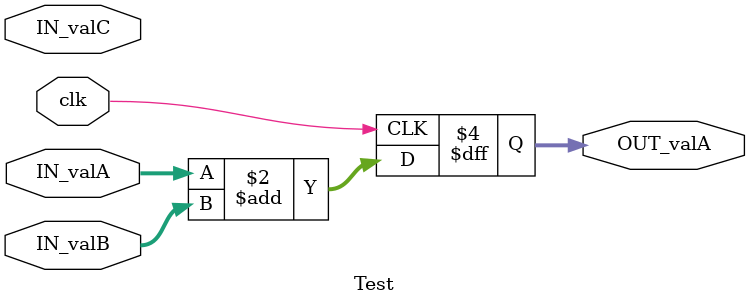
<source format=sv>


module Test#(parameter N = 16)
(
  input logic clk,
  input logic[N-1:0] IN_valA,
  input logic[N-1:0] IN_valB,
  input logic[N-1:0] IN_valC,
  output logic[N-1:0] OUT_valA
);

initial OUT_valA = 42;

always@(posedge clk)
  OUT_valA <= IN_valA + IN_valB;

endmodule

</source>
